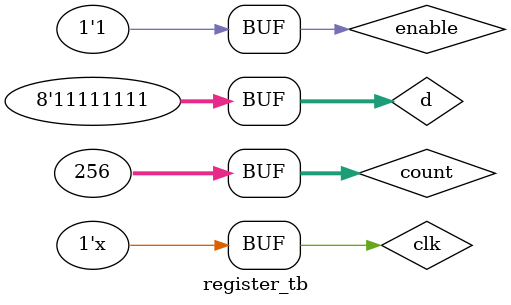
<source format=v>
module register(
    input clk,
    input enable,
    input [7:0]d,
    output reg [7:0]q
);

    always @(posedge clk or posedge enable)
   	 begin
   	 if (enable)
   		 begin
   		 q<=d;
   		 end
   	 end
endmodule

//TESTBENCH

module register_tb;
    reg clk;
    reg enable;
    reg [7:0]d;
    wire [7:0]q;
    
    register uut (.clk(clk),.d(d),.enable(enable),.q(q));
    integer count;
    
    always begin
   	 #20 clk=~clk;
    end
    
    initial begin
   	 clk=1;
   	 enable=1'b1;
   	 for (count=0;count<256;count=count+1) begin
   		 d=count;
   		 #40;
   		 end
   	 end
endmodule

</source>
